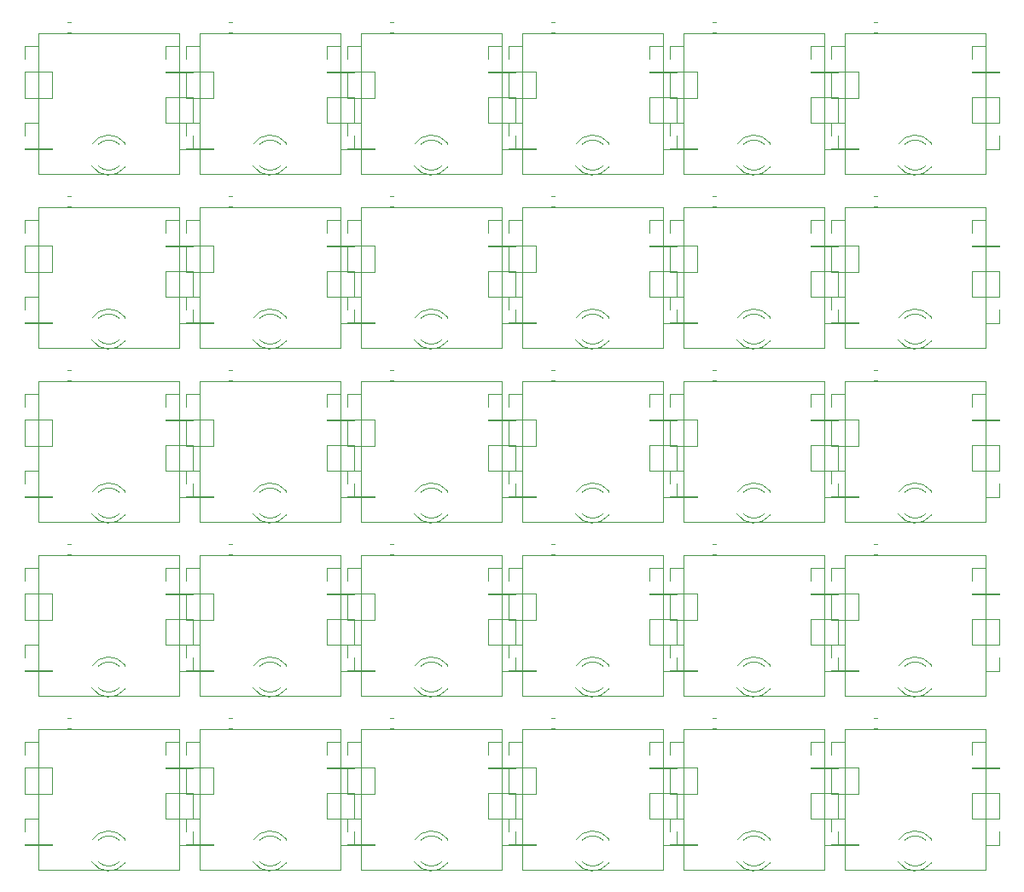
<source format=gto>
G04 #@! TF.GenerationSoftware,KiCad,Pcbnew,5.1.0*
G04 #@! TF.CreationDate,2019-09-19T01:17:52+09:00*
G04 #@! TF.ProjectId,panelized_switch,70616e65-6c69-47a6-9564-5f7377697463,rev?*
G04 #@! TF.SameCoordinates,Original*
G04 #@! TF.FileFunction,Legend,Top*
G04 #@! TF.FilePolarity,Positive*
%FSLAX46Y46*%
G04 Gerber Fmt 4.6, Leading zero omitted, Abs format (unit mm)*
G04 Created by KiCad (PCBNEW 5.1.0) date 2019-09-19 01:17:52*
%MOMM*%
%LPD*%
G04 APERTURE LIST*
%ADD10C,0.120000*%
G04 APERTURE END LIST*
D10*
X13716000Y-98044000D02*
X13716000Y-84074000D01*
X27686000Y-98044000D02*
X13716000Y-98044000D01*
X27686000Y-84074000D02*
X27686000Y-98044000D01*
X13716000Y-84074000D02*
X27686000Y-84074000D01*
X106366000Y-87944000D02*
X109026000Y-87944000D01*
X106366000Y-87884000D02*
X106366000Y-87944000D01*
X109026000Y-87884000D02*
X109026000Y-87944000D01*
X106366000Y-87884000D02*
X109026000Y-87884000D01*
X106366000Y-86614000D02*
X106366000Y-85284000D01*
X106366000Y-85284000D02*
X107696000Y-85284000D01*
X90364000Y-87944000D02*
X93024000Y-87944000D01*
X90364000Y-87884000D02*
X90364000Y-87944000D01*
X93024000Y-87884000D02*
X93024000Y-87944000D01*
X90364000Y-87884000D02*
X93024000Y-87884000D01*
X90364000Y-86614000D02*
X90364000Y-85284000D01*
X90364000Y-85284000D02*
X91694000Y-85284000D01*
X76394000Y-95564000D02*
X79054000Y-95564000D01*
X76394000Y-95504000D02*
X76394000Y-95564000D01*
X79054000Y-95504000D02*
X79054000Y-95564000D01*
X76394000Y-95504000D02*
X79054000Y-95504000D01*
X76394000Y-94234000D02*
X76394000Y-92904000D01*
X76394000Y-92904000D02*
X77724000Y-92904000D01*
X16935267Y-82929000D02*
X16592733Y-82929000D01*
X16935267Y-83949000D02*
X16592733Y-83949000D01*
X93726000Y-84074000D02*
X107696000Y-84074000D01*
X107696000Y-84074000D02*
X107696000Y-98044000D01*
X107696000Y-98044000D02*
X93726000Y-98044000D01*
X93726000Y-98044000D02*
X93726000Y-84074000D01*
X22261000Y-95059000D02*
X22261000Y-94903000D01*
X22261000Y-97375000D02*
X22261000Y-97219000D01*
X19659870Y-95059163D02*
G75*
G02X21741961Y-95059000I1041130J-1079837D01*
G01*
X19659870Y-97218837D02*
G75*
G03X21741961Y-97219000I1041130J1079837D01*
G01*
X19028665Y-95060392D02*
G75*
G02X22261000Y-94903484I1672335J-1078608D01*
G01*
X19028665Y-97217608D02*
G75*
G03X22261000Y-97374516I1672335J1078608D01*
G01*
X26356000Y-85284000D02*
X27686000Y-85284000D01*
X26356000Y-86614000D02*
X26356000Y-85284000D01*
X26356000Y-87884000D02*
X29016000Y-87884000D01*
X29016000Y-87884000D02*
X29016000Y-87944000D01*
X26356000Y-87884000D02*
X26356000Y-87944000D01*
X26356000Y-87944000D02*
X29016000Y-87944000D01*
X12386000Y-85284000D02*
X13716000Y-85284000D01*
X12386000Y-86614000D02*
X12386000Y-85284000D01*
X12386000Y-87884000D02*
X15046000Y-87884000D01*
X15046000Y-87884000D02*
X15046000Y-90484000D01*
X12386000Y-87884000D02*
X12386000Y-90484000D01*
X12386000Y-90484000D02*
X15046000Y-90484000D01*
X12386000Y-92904000D02*
X13716000Y-92904000D01*
X12386000Y-94234000D02*
X12386000Y-92904000D01*
X12386000Y-95504000D02*
X15046000Y-95504000D01*
X15046000Y-95504000D02*
X15046000Y-95564000D01*
X12386000Y-95504000D02*
X12386000Y-95564000D01*
X12386000Y-95564000D02*
X15046000Y-95564000D01*
X99038665Y-97217608D02*
G75*
G03X102271000Y-97374516I1672335J1078608D01*
G01*
X99038665Y-95060392D02*
G75*
G02X102271000Y-94903484I1672335J-1078608D01*
G01*
X99669870Y-97218837D02*
G75*
G03X101751961Y-97219000I1041130J1079837D01*
G01*
X99669870Y-95059163D02*
G75*
G02X101751961Y-95059000I1041130J-1079837D01*
G01*
X102271000Y-97375000D02*
X102271000Y-97219000D01*
X102271000Y-95059000D02*
X102271000Y-94903000D01*
X80943267Y-83949000D02*
X80600733Y-83949000D01*
X80943267Y-82929000D02*
X80600733Y-82929000D01*
X60392000Y-90484000D02*
X63052000Y-90484000D01*
X60392000Y-87884000D02*
X60392000Y-90484000D01*
X63052000Y-87884000D02*
X63052000Y-90484000D01*
X60392000Y-87884000D02*
X63052000Y-87884000D01*
X60392000Y-86614000D02*
X60392000Y-85284000D01*
X60392000Y-85284000D02*
X61722000Y-85284000D01*
X109026000Y-90364000D02*
X106366000Y-90364000D01*
X109026000Y-92964000D02*
X109026000Y-90364000D01*
X106366000Y-92964000D02*
X106366000Y-90364000D01*
X109026000Y-92964000D02*
X106366000Y-92964000D01*
X109026000Y-94234000D02*
X109026000Y-95564000D01*
X109026000Y-95564000D02*
X107696000Y-95564000D01*
X96945267Y-83949000D02*
X96602733Y-83949000D01*
X96945267Y-82929000D02*
X96602733Y-82929000D01*
X67034665Y-97217608D02*
G75*
G03X70267000Y-97374516I1672335J1078608D01*
G01*
X67034665Y-95060392D02*
G75*
G02X70267000Y-94903484I1672335J-1078608D01*
G01*
X67665870Y-97218837D02*
G75*
G03X69747961Y-97219000I1041130J1079837D01*
G01*
X67665870Y-95059163D02*
G75*
G02X69747961Y-95059000I1041130J-1079837D01*
G01*
X70267000Y-97375000D02*
X70267000Y-97219000D01*
X70267000Y-95059000D02*
X70267000Y-94903000D01*
X44390000Y-95564000D02*
X47050000Y-95564000D01*
X44390000Y-95504000D02*
X44390000Y-95564000D01*
X47050000Y-95504000D02*
X47050000Y-95564000D01*
X44390000Y-95504000D02*
X47050000Y-95504000D01*
X44390000Y-94234000D02*
X44390000Y-92904000D01*
X44390000Y-92904000D02*
X45720000Y-92904000D01*
X28388000Y-92904000D02*
X29718000Y-92904000D01*
X28388000Y-94234000D02*
X28388000Y-92904000D01*
X28388000Y-95504000D02*
X31048000Y-95504000D01*
X31048000Y-95504000D02*
X31048000Y-95564000D01*
X28388000Y-95504000D02*
X28388000Y-95564000D01*
X28388000Y-95564000D02*
X31048000Y-95564000D01*
X32937267Y-82929000D02*
X32594733Y-82929000D01*
X32937267Y-83949000D02*
X32594733Y-83949000D01*
X77724000Y-84074000D02*
X91694000Y-84074000D01*
X91694000Y-84074000D02*
X91694000Y-98044000D01*
X91694000Y-98044000D02*
X77724000Y-98044000D01*
X77724000Y-98044000D02*
X77724000Y-84074000D01*
X45018000Y-95564000D02*
X43688000Y-95564000D01*
X45018000Y-94234000D02*
X45018000Y-95564000D01*
X45018000Y-92964000D02*
X42358000Y-92964000D01*
X42358000Y-92964000D02*
X42358000Y-90364000D01*
X45018000Y-92964000D02*
X45018000Y-90364000D01*
X45018000Y-90364000D02*
X42358000Y-90364000D01*
X92396000Y-95564000D02*
X95056000Y-95564000D01*
X92396000Y-95504000D02*
X92396000Y-95564000D01*
X95056000Y-95504000D02*
X95056000Y-95564000D01*
X92396000Y-95504000D02*
X95056000Y-95504000D01*
X92396000Y-94234000D02*
X92396000Y-92904000D01*
X92396000Y-92904000D02*
X93726000Y-92904000D01*
X42358000Y-85284000D02*
X43688000Y-85284000D01*
X42358000Y-86614000D02*
X42358000Y-85284000D01*
X42358000Y-87884000D02*
X45018000Y-87884000D01*
X45018000Y-87884000D02*
X45018000Y-87944000D01*
X42358000Y-87884000D02*
X42358000Y-87944000D01*
X42358000Y-87944000D02*
X45018000Y-87944000D01*
X83036665Y-97217608D02*
G75*
G03X86269000Y-97374516I1672335J1078608D01*
G01*
X83036665Y-95060392D02*
G75*
G02X86269000Y-94903484I1672335J-1078608D01*
G01*
X83667870Y-97218837D02*
G75*
G03X85749961Y-97219000I1041130J1079837D01*
G01*
X83667870Y-95059163D02*
G75*
G02X85749961Y-95059000I1041130J-1079837D01*
G01*
X86269000Y-97375000D02*
X86269000Y-97219000D01*
X86269000Y-95059000D02*
X86269000Y-94903000D01*
X76394000Y-90484000D02*
X79054000Y-90484000D01*
X76394000Y-87884000D02*
X76394000Y-90484000D01*
X79054000Y-87884000D02*
X79054000Y-90484000D01*
X76394000Y-87884000D02*
X79054000Y-87884000D01*
X76394000Y-86614000D02*
X76394000Y-85284000D01*
X76394000Y-85284000D02*
X77724000Y-85284000D01*
X29718000Y-98044000D02*
X29718000Y-84074000D01*
X43688000Y-98044000D02*
X29718000Y-98044000D01*
X43688000Y-84074000D02*
X43688000Y-98044000D01*
X29718000Y-84074000D02*
X43688000Y-84074000D01*
X44390000Y-90484000D02*
X47050000Y-90484000D01*
X44390000Y-87884000D02*
X44390000Y-90484000D01*
X47050000Y-87884000D02*
X47050000Y-90484000D01*
X44390000Y-87884000D02*
X47050000Y-87884000D01*
X44390000Y-86614000D02*
X44390000Y-85284000D01*
X44390000Y-85284000D02*
X45720000Y-85284000D01*
X28388000Y-85284000D02*
X29718000Y-85284000D01*
X28388000Y-86614000D02*
X28388000Y-85284000D01*
X28388000Y-87884000D02*
X31048000Y-87884000D01*
X31048000Y-87884000D02*
X31048000Y-90484000D01*
X28388000Y-87884000D02*
X28388000Y-90484000D01*
X28388000Y-90484000D02*
X31048000Y-90484000D01*
X61020000Y-90364000D02*
X58360000Y-90364000D01*
X61020000Y-92964000D02*
X61020000Y-90364000D01*
X58360000Y-92964000D02*
X58360000Y-90364000D01*
X61020000Y-92964000D02*
X58360000Y-92964000D01*
X61020000Y-94234000D02*
X61020000Y-95564000D01*
X61020000Y-95564000D02*
X59690000Y-95564000D01*
X93024000Y-90364000D02*
X90364000Y-90364000D01*
X93024000Y-92964000D02*
X93024000Y-90364000D01*
X90364000Y-92964000D02*
X90364000Y-90364000D01*
X93024000Y-92964000D02*
X90364000Y-92964000D01*
X93024000Y-94234000D02*
X93024000Y-95564000D01*
X93024000Y-95564000D02*
X91694000Y-95564000D01*
X51032665Y-97217608D02*
G75*
G03X54265000Y-97374516I1672335J1078608D01*
G01*
X51032665Y-95060392D02*
G75*
G02X54265000Y-94903484I1672335J-1078608D01*
G01*
X51663870Y-97218837D02*
G75*
G03X53745961Y-97219000I1041130J1079837D01*
G01*
X51663870Y-95059163D02*
G75*
G02X53745961Y-95059000I1041130J-1079837D01*
G01*
X54265000Y-97375000D02*
X54265000Y-97219000D01*
X54265000Y-95059000D02*
X54265000Y-94903000D01*
X38263000Y-95059000D02*
X38263000Y-94903000D01*
X38263000Y-97375000D02*
X38263000Y-97219000D01*
X35661870Y-95059163D02*
G75*
G02X37743961Y-95059000I1041130J-1079837D01*
G01*
X35661870Y-97218837D02*
G75*
G03X37743961Y-97219000I1041130J1079837D01*
G01*
X35030665Y-95060392D02*
G75*
G02X38263000Y-94903484I1672335J-1078608D01*
G01*
X35030665Y-97217608D02*
G75*
G03X38263000Y-97374516I1672335J1078608D01*
G01*
X92396000Y-90484000D02*
X95056000Y-90484000D01*
X92396000Y-87884000D02*
X92396000Y-90484000D01*
X95056000Y-87884000D02*
X95056000Y-90484000D01*
X92396000Y-87884000D02*
X95056000Y-87884000D01*
X92396000Y-86614000D02*
X92396000Y-85284000D01*
X92396000Y-85284000D02*
X93726000Y-85284000D01*
X77022000Y-90364000D02*
X74362000Y-90364000D01*
X77022000Y-92964000D02*
X77022000Y-90364000D01*
X74362000Y-92964000D02*
X74362000Y-90364000D01*
X77022000Y-92964000D02*
X74362000Y-92964000D01*
X77022000Y-94234000D02*
X77022000Y-95564000D01*
X77022000Y-95564000D02*
X75692000Y-95564000D01*
X61722000Y-84074000D02*
X75692000Y-84074000D01*
X75692000Y-84074000D02*
X75692000Y-98044000D01*
X75692000Y-98044000D02*
X61722000Y-98044000D01*
X61722000Y-98044000D02*
X61722000Y-84074000D01*
X64941267Y-83949000D02*
X64598733Y-83949000D01*
X64941267Y-82929000D02*
X64598733Y-82929000D01*
X29016000Y-95564000D02*
X27686000Y-95564000D01*
X29016000Y-94234000D02*
X29016000Y-95564000D01*
X29016000Y-92964000D02*
X26356000Y-92964000D01*
X26356000Y-92964000D02*
X26356000Y-90364000D01*
X29016000Y-92964000D02*
X29016000Y-90364000D01*
X29016000Y-90364000D02*
X26356000Y-90364000D01*
X60392000Y-95564000D02*
X63052000Y-95564000D01*
X60392000Y-95504000D02*
X60392000Y-95564000D01*
X63052000Y-95504000D02*
X63052000Y-95564000D01*
X60392000Y-95504000D02*
X63052000Y-95504000D01*
X60392000Y-94234000D02*
X60392000Y-92904000D01*
X60392000Y-92904000D02*
X61722000Y-92904000D01*
X45720000Y-84074000D02*
X59690000Y-84074000D01*
X59690000Y-84074000D02*
X59690000Y-98044000D01*
X59690000Y-98044000D02*
X45720000Y-98044000D01*
X45720000Y-98044000D02*
X45720000Y-84074000D01*
X74362000Y-87944000D02*
X77022000Y-87944000D01*
X74362000Y-87884000D02*
X74362000Y-87944000D01*
X77022000Y-87884000D02*
X77022000Y-87944000D01*
X74362000Y-87884000D02*
X77022000Y-87884000D01*
X74362000Y-86614000D02*
X74362000Y-85284000D01*
X74362000Y-85284000D02*
X75692000Y-85284000D01*
X58360000Y-87944000D02*
X61020000Y-87944000D01*
X58360000Y-87884000D02*
X58360000Y-87944000D01*
X61020000Y-87884000D02*
X61020000Y-87944000D01*
X58360000Y-87884000D02*
X61020000Y-87884000D01*
X58360000Y-86614000D02*
X58360000Y-85284000D01*
X58360000Y-85284000D02*
X59690000Y-85284000D01*
X48939267Y-83949000D02*
X48596733Y-83949000D01*
X48939267Y-82929000D02*
X48596733Y-82929000D01*
X13716000Y-80772000D02*
X13716000Y-66802000D01*
X27686000Y-80772000D02*
X13716000Y-80772000D01*
X27686000Y-66802000D02*
X27686000Y-80772000D01*
X13716000Y-66802000D02*
X27686000Y-66802000D01*
X106366000Y-70672000D02*
X109026000Y-70672000D01*
X106366000Y-70612000D02*
X106366000Y-70672000D01*
X109026000Y-70612000D02*
X109026000Y-70672000D01*
X106366000Y-70612000D02*
X109026000Y-70612000D01*
X106366000Y-69342000D02*
X106366000Y-68012000D01*
X106366000Y-68012000D02*
X107696000Y-68012000D01*
X90364000Y-70672000D02*
X93024000Y-70672000D01*
X90364000Y-70612000D02*
X90364000Y-70672000D01*
X93024000Y-70612000D02*
X93024000Y-70672000D01*
X90364000Y-70612000D02*
X93024000Y-70612000D01*
X90364000Y-69342000D02*
X90364000Y-68012000D01*
X90364000Y-68012000D02*
X91694000Y-68012000D01*
X76394000Y-78292000D02*
X79054000Y-78292000D01*
X76394000Y-78232000D02*
X76394000Y-78292000D01*
X79054000Y-78232000D02*
X79054000Y-78292000D01*
X76394000Y-78232000D02*
X79054000Y-78232000D01*
X76394000Y-76962000D02*
X76394000Y-75632000D01*
X76394000Y-75632000D02*
X77724000Y-75632000D01*
X16935267Y-65657000D02*
X16592733Y-65657000D01*
X16935267Y-66677000D02*
X16592733Y-66677000D01*
X93726000Y-66802000D02*
X107696000Y-66802000D01*
X107696000Y-66802000D02*
X107696000Y-80772000D01*
X107696000Y-80772000D02*
X93726000Y-80772000D01*
X93726000Y-80772000D02*
X93726000Y-66802000D01*
X22261000Y-77787000D02*
X22261000Y-77631000D01*
X22261000Y-80103000D02*
X22261000Y-79947000D01*
X19659870Y-77787163D02*
G75*
G02X21741961Y-77787000I1041130J-1079837D01*
G01*
X19659870Y-79946837D02*
G75*
G03X21741961Y-79947000I1041130J1079837D01*
G01*
X19028665Y-77788392D02*
G75*
G02X22261000Y-77631484I1672335J-1078608D01*
G01*
X19028665Y-79945608D02*
G75*
G03X22261000Y-80102516I1672335J1078608D01*
G01*
X26356000Y-68012000D02*
X27686000Y-68012000D01*
X26356000Y-69342000D02*
X26356000Y-68012000D01*
X26356000Y-70612000D02*
X29016000Y-70612000D01*
X29016000Y-70612000D02*
X29016000Y-70672000D01*
X26356000Y-70612000D02*
X26356000Y-70672000D01*
X26356000Y-70672000D02*
X29016000Y-70672000D01*
X12386000Y-68012000D02*
X13716000Y-68012000D01*
X12386000Y-69342000D02*
X12386000Y-68012000D01*
X12386000Y-70612000D02*
X15046000Y-70612000D01*
X15046000Y-70612000D02*
X15046000Y-73212000D01*
X12386000Y-70612000D02*
X12386000Y-73212000D01*
X12386000Y-73212000D02*
X15046000Y-73212000D01*
X12386000Y-75632000D02*
X13716000Y-75632000D01*
X12386000Y-76962000D02*
X12386000Y-75632000D01*
X12386000Y-78232000D02*
X15046000Y-78232000D01*
X15046000Y-78232000D02*
X15046000Y-78292000D01*
X12386000Y-78232000D02*
X12386000Y-78292000D01*
X12386000Y-78292000D02*
X15046000Y-78292000D01*
X99038665Y-79945608D02*
G75*
G03X102271000Y-80102516I1672335J1078608D01*
G01*
X99038665Y-77788392D02*
G75*
G02X102271000Y-77631484I1672335J-1078608D01*
G01*
X99669870Y-79946837D02*
G75*
G03X101751961Y-79947000I1041130J1079837D01*
G01*
X99669870Y-77787163D02*
G75*
G02X101751961Y-77787000I1041130J-1079837D01*
G01*
X102271000Y-80103000D02*
X102271000Y-79947000D01*
X102271000Y-77787000D02*
X102271000Y-77631000D01*
X80943267Y-66677000D02*
X80600733Y-66677000D01*
X80943267Y-65657000D02*
X80600733Y-65657000D01*
X60392000Y-73212000D02*
X63052000Y-73212000D01*
X60392000Y-70612000D02*
X60392000Y-73212000D01*
X63052000Y-70612000D02*
X63052000Y-73212000D01*
X60392000Y-70612000D02*
X63052000Y-70612000D01*
X60392000Y-69342000D02*
X60392000Y-68012000D01*
X60392000Y-68012000D02*
X61722000Y-68012000D01*
X109026000Y-73092000D02*
X106366000Y-73092000D01*
X109026000Y-75692000D02*
X109026000Y-73092000D01*
X106366000Y-75692000D02*
X106366000Y-73092000D01*
X109026000Y-75692000D02*
X106366000Y-75692000D01*
X109026000Y-76962000D02*
X109026000Y-78292000D01*
X109026000Y-78292000D02*
X107696000Y-78292000D01*
X96945267Y-66677000D02*
X96602733Y-66677000D01*
X96945267Y-65657000D02*
X96602733Y-65657000D01*
X67034665Y-79945608D02*
G75*
G03X70267000Y-80102516I1672335J1078608D01*
G01*
X67034665Y-77788392D02*
G75*
G02X70267000Y-77631484I1672335J-1078608D01*
G01*
X67665870Y-79946837D02*
G75*
G03X69747961Y-79947000I1041130J1079837D01*
G01*
X67665870Y-77787163D02*
G75*
G02X69747961Y-77787000I1041130J-1079837D01*
G01*
X70267000Y-80103000D02*
X70267000Y-79947000D01*
X70267000Y-77787000D02*
X70267000Y-77631000D01*
X44390000Y-78292000D02*
X47050000Y-78292000D01*
X44390000Y-78232000D02*
X44390000Y-78292000D01*
X47050000Y-78232000D02*
X47050000Y-78292000D01*
X44390000Y-78232000D02*
X47050000Y-78232000D01*
X44390000Y-76962000D02*
X44390000Y-75632000D01*
X44390000Y-75632000D02*
X45720000Y-75632000D01*
X28388000Y-75632000D02*
X29718000Y-75632000D01*
X28388000Y-76962000D02*
X28388000Y-75632000D01*
X28388000Y-78232000D02*
X31048000Y-78232000D01*
X31048000Y-78232000D02*
X31048000Y-78292000D01*
X28388000Y-78232000D02*
X28388000Y-78292000D01*
X28388000Y-78292000D02*
X31048000Y-78292000D01*
X32937267Y-65657000D02*
X32594733Y-65657000D01*
X32937267Y-66677000D02*
X32594733Y-66677000D01*
X77724000Y-66802000D02*
X91694000Y-66802000D01*
X91694000Y-66802000D02*
X91694000Y-80772000D01*
X91694000Y-80772000D02*
X77724000Y-80772000D01*
X77724000Y-80772000D02*
X77724000Y-66802000D01*
X45018000Y-78292000D02*
X43688000Y-78292000D01*
X45018000Y-76962000D02*
X45018000Y-78292000D01*
X45018000Y-75692000D02*
X42358000Y-75692000D01*
X42358000Y-75692000D02*
X42358000Y-73092000D01*
X45018000Y-75692000D02*
X45018000Y-73092000D01*
X45018000Y-73092000D02*
X42358000Y-73092000D01*
X92396000Y-78292000D02*
X95056000Y-78292000D01*
X92396000Y-78232000D02*
X92396000Y-78292000D01*
X95056000Y-78232000D02*
X95056000Y-78292000D01*
X92396000Y-78232000D02*
X95056000Y-78232000D01*
X92396000Y-76962000D02*
X92396000Y-75632000D01*
X92396000Y-75632000D02*
X93726000Y-75632000D01*
X42358000Y-68012000D02*
X43688000Y-68012000D01*
X42358000Y-69342000D02*
X42358000Y-68012000D01*
X42358000Y-70612000D02*
X45018000Y-70612000D01*
X45018000Y-70612000D02*
X45018000Y-70672000D01*
X42358000Y-70612000D02*
X42358000Y-70672000D01*
X42358000Y-70672000D02*
X45018000Y-70672000D01*
X83036665Y-79945608D02*
G75*
G03X86269000Y-80102516I1672335J1078608D01*
G01*
X83036665Y-77788392D02*
G75*
G02X86269000Y-77631484I1672335J-1078608D01*
G01*
X83667870Y-79946837D02*
G75*
G03X85749961Y-79947000I1041130J1079837D01*
G01*
X83667870Y-77787163D02*
G75*
G02X85749961Y-77787000I1041130J-1079837D01*
G01*
X86269000Y-80103000D02*
X86269000Y-79947000D01*
X86269000Y-77787000D02*
X86269000Y-77631000D01*
X76394000Y-73212000D02*
X79054000Y-73212000D01*
X76394000Y-70612000D02*
X76394000Y-73212000D01*
X79054000Y-70612000D02*
X79054000Y-73212000D01*
X76394000Y-70612000D02*
X79054000Y-70612000D01*
X76394000Y-69342000D02*
X76394000Y-68012000D01*
X76394000Y-68012000D02*
X77724000Y-68012000D01*
X29718000Y-80772000D02*
X29718000Y-66802000D01*
X43688000Y-80772000D02*
X29718000Y-80772000D01*
X43688000Y-66802000D02*
X43688000Y-80772000D01*
X29718000Y-66802000D02*
X43688000Y-66802000D01*
X44390000Y-73212000D02*
X47050000Y-73212000D01*
X44390000Y-70612000D02*
X44390000Y-73212000D01*
X47050000Y-70612000D02*
X47050000Y-73212000D01*
X44390000Y-70612000D02*
X47050000Y-70612000D01*
X44390000Y-69342000D02*
X44390000Y-68012000D01*
X44390000Y-68012000D02*
X45720000Y-68012000D01*
X28388000Y-68012000D02*
X29718000Y-68012000D01*
X28388000Y-69342000D02*
X28388000Y-68012000D01*
X28388000Y-70612000D02*
X31048000Y-70612000D01*
X31048000Y-70612000D02*
X31048000Y-73212000D01*
X28388000Y-70612000D02*
X28388000Y-73212000D01*
X28388000Y-73212000D02*
X31048000Y-73212000D01*
X61020000Y-73092000D02*
X58360000Y-73092000D01*
X61020000Y-75692000D02*
X61020000Y-73092000D01*
X58360000Y-75692000D02*
X58360000Y-73092000D01*
X61020000Y-75692000D02*
X58360000Y-75692000D01*
X61020000Y-76962000D02*
X61020000Y-78292000D01*
X61020000Y-78292000D02*
X59690000Y-78292000D01*
X93024000Y-73092000D02*
X90364000Y-73092000D01*
X93024000Y-75692000D02*
X93024000Y-73092000D01*
X90364000Y-75692000D02*
X90364000Y-73092000D01*
X93024000Y-75692000D02*
X90364000Y-75692000D01*
X93024000Y-76962000D02*
X93024000Y-78292000D01*
X93024000Y-78292000D02*
X91694000Y-78292000D01*
X51032665Y-79945608D02*
G75*
G03X54265000Y-80102516I1672335J1078608D01*
G01*
X51032665Y-77788392D02*
G75*
G02X54265000Y-77631484I1672335J-1078608D01*
G01*
X51663870Y-79946837D02*
G75*
G03X53745961Y-79947000I1041130J1079837D01*
G01*
X51663870Y-77787163D02*
G75*
G02X53745961Y-77787000I1041130J-1079837D01*
G01*
X54265000Y-80103000D02*
X54265000Y-79947000D01*
X54265000Y-77787000D02*
X54265000Y-77631000D01*
X38263000Y-77787000D02*
X38263000Y-77631000D01*
X38263000Y-80103000D02*
X38263000Y-79947000D01*
X35661870Y-77787163D02*
G75*
G02X37743961Y-77787000I1041130J-1079837D01*
G01*
X35661870Y-79946837D02*
G75*
G03X37743961Y-79947000I1041130J1079837D01*
G01*
X35030665Y-77788392D02*
G75*
G02X38263000Y-77631484I1672335J-1078608D01*
G01*
X35030665Y-79945608D02*
G75*
G03X38263000Y-80102516I1672335J1078608D01*
G01*
X92396000Y-73212000D02*
X95056000Y-73212000D01*
X92396000Y-70612000D02*
X92396000Y-73212000D01*
X95056000Y-70612000D02*
X95056000Y-73212000D01*
X92396000Y-70612000D02*
X95056000Y-70612000D01*
X92396000Y-69342000D02*
X92396000Y-68012000D01*
X92396000Y-68012000D02*
X93726000Y-68012000D01*
X77022000Y-73092000D02*
X74362000Y-73092000D01*
X77022000Y-75692000D02*
X77022000Y-73092000D01*
X74362000Y-75692000D02*
X74362000Y-73092000D01*
X77022000Y-75692000D02*
X74362000Y-75692000D01*
X77022000Y-76962000D02*
X77022000Y-78292000D01*
X77022000Y-78292000D02*
X75692000Y-78292000D01*
X61722000Y-66802000D02*
X75692000Y-66802000D01*
X75692000Y-66802000D02*
X75692000Y-80772000D01*
X75692000Y-80772000D02*
X61722000Y-80772000D01*
X61722000Y-80772000D02*
X61722000Y-66802000D01*
X64941267Y-66677000D02*
X64598733Y-66677000D01*
X64941267Y-65657000D02*
X64598733Y-65657000D01*
X29016000Y-78292000D02*
X27686000Y-78292000D01*
X29016000Y-76962000D02*
X29016000Y-78292000D01*
X29016000Y-75692000D02*
X26356000Y-75692000D01*
X26356000Y-75692000D02*
X26356000Y-73092000D01*
X29016000Y-75692000D02*
X29016000Y-73092000D01*
X29016000Y-73092000D02*
X26356000Y-73092000D01*
X60392000Y-78292000D02*
X63052000Y-78292000D01*
X60392000Y-78232000D02*
X60392000Y-78292000D01*
X63052000Y-78232000D02*
X63052000Y-78292000D01*
X60392000Y-78232000D02*
X63052000Y-78232000D01*
X60392000Y-76962000D02*
X60392000Y-75632000D01*
X60392000Y-75632000D02*
X61722000Y-75632000D01*
X45720000Y-66802000D02*
X59690000Y-66802000D01*
X59690000Y-66802000D02*
X59690000Y-80772000D01*
X59690000Y-80772000D02*
X45720000Y-80772000D01*
X45720000Y-80772000D02*
X45720000Y-66802000D01*
X74362000Y-70672000D02*
X77022000Y-70672000D01*
X74362000Y-70612000D02*
X74362000Y-70672000D01*
X77022000Y-70612000D02*
X77022000Y-70672000D01*
X74362000Y-70612000D02*
X77022000Y-70612000D01*
X74362000Y-69342000D02*
X74362000Y-68012000D01*
X74362000Y-68012000D02*
X75692000Y-68012000D01*
X58360000Y-70672000D02*
X61020000Y-70672000D01*
X58360000Y-70612000D02*
X58360000Y-70672000D01*
X61020000Y-70612000D02*
X61020000Y-70672000D01*
X58360000Y-70612000D02*
X61020000Y-70612000D01*
X58360000Y-69342000D02*
X58360000Y-68012000D01*
X58360000Y-68012000D02*
X59690000Y-68012000D01*
X48939267Y-66677000D02*
X48596733Y-66677000D01*
X48939267Y-65657000D02*
X48596733Y-65657000D01*
X13716000Y-63500000D02*
X13716000Y-49530000D01*
X27686000Y-63500000D02*
X13716000Y-63500000D01*
X27686000Y-49530000D02*
X27686000Y-63500000D01*
X13716000Y-49530000D02*
X27686000Y-49530000D01*
X106366000Y-53400000D02*
X109026000Y-53400000D01*
X106366000Y-53340000D02*
X106366000Y-53400000D01*
X109026000Y-53340000D02*
X109026000Y-53400000D01*
X106366000Y-53340000D02*
X109026000Y-53340000D01*
X106366000Y-52070000D02*
X106366000Y-50740000D01*
X106366000Y-50740000D02*
X107696000Y-50740000D01*
X90364000Y-53400000D02*
X93024000Y-53400000D01*
X90364000Y-53340000D02*
X90364000Y-53400000D01*
X93024000Y-53340000D02*
X93024000Y-53400000D01*
X90364000Y-53340000D02*
X93024000Y-53340000D01*
X90364000Y-52070000D02*
X90364000Y-50740000D01*
X90364000Y-50740000D02*
X91694000Y-50740000D01*
X76394000Y-61020000D02*
X79054000Y-61020000D01*
X76394000Y-60960000D02*
X76394000Y-61020000D01*
X79054000Y-60960000D02*
X79054000Y-61020000D01*
X76394000Y-60960000D02*
X79054000Y-60960000D01*
X76394000Y-59690000D02*
X76394000Y-58360000D01*
X76394000Y-58360000D02*
X77724000Y-58360000D01*
X16935267Y-48385000D02*
X16592733Y-48385000D01*
X16935267Y-49405000D02*
X16592733Y-49405000D01*
X93726000Y-49530000D02*
X107696000Y-49530000D01*
X107696000Y-49530000D02*
X107696000Y-63500000D01*
X107696000Y-63500000D02*
X93726000Y-63500000D01*
X93726000Y-63500000D02*
X93726000Y-49530000D01*
X22261000Y-60515000D02*
X22261000Y-60359000D01*
X22261000Y-62831000D02*
X22261000Y-62675000D01*
X19659870Y-60515163D02*
G75*
G02X21741961Y-60515000I1041130J-1079837D01*
G01*
X19659870Y-62674837D02*
G75*
G03X21741961Y-62675000I1041130J1079837D01*
G01*
X19028665Y-60516392D02*
G75*
G02X22261000Y-60359484I1672335J-1078608D01*
G01*
X19028665Y-62673608D02*
G75*
G03X22261000Y-62830516I1672335J1078608D01*
G01*
X26356000Y-50740000D02*
X27686000Y-50740000D01*
X26356000Y-52070000D02*
X26356000Y-50740000D01*
X26356000Y-53340000D02*
X29016000Y-53340000D01*
X29016000Y-53340000D02*
X29016000Y-53400000D01*
X26356000Y-53340000D02*
X26356000Y-53400000D01*
X26356000Y-53400000D02*
X29016000Y-53400000D01*
X12386000Y-50740000D02*
X13716000Y-50740000D01*
X12386000Y-52070000D02*
X12386000Y-50740000D01*
X12386000Y-53340000D02*
X15046000Y-53340000D01*
X15046000Y-53340000D02*
X15046000Y-55940000D01*
X12386000Y-53340000D02*
X12386000Y-55940000D01*
X12386000Y-55940000D02*
X15046000Y-55940000D01*
X12386000Y-58360000D02*
X13716000Y-58360000D01*
X12386000Y-59690000D02*
X12386000Y-58360000D01*
X12386000Y-60960000D02*
X15046000Y-60960000D01*
X15046000Y-60960000D02*
X15046000Y-61020000D01*
X12386000Y-60960000D02*
X12386000Y-61020000D01*
X12386000Y-61020000D02*
X15046000Y-61020000D01*
X99038665Y-62673608D02*
G75*
G03X102271000Y-62830516I1672335J1078608D01*
G01*
X99038665Y-60516392D02*
G75*
G02X102271000Y-60359484I1672335J-1078608D01*
G01*
X99669870Y-62674837D02*
G75*
G03X101751961Y-62675000I1041130J1079837D01*
G01*
X99669870Y-60515163D02*
G75*
G02X101751961Y-60515000I1041130J-1079837D01*
G01*
X102271000Y-62831000D02*
X102271000Y-62675000D01*
X102271000Y-60515000D02*
X102271000Y-60359000D01*
X80943267Y-49405000D02*
X80600733Y-49405000D01*
X80943267Y-48385000D02*
X80600733Y-48385000D01*
X60392000Y-55940000D02*
X63052000Y-55940000D01*
X60392000Y-53340000D02*
X60392000Y-55940000D01*
X63052000Y-53340000D02*
X63052000Y-55940000D01*
X60392000Y-53340000D02*
X63052000Y-53340000D01*
X60392000Y-52070000D02*
X60392000Y-50740000D01*
X60392000Y-50740000D02*
X61722000Y-50740000D01*
X109026000Y-55820000D02*
X106366000Y-55820000D01*
X109026000Y-58420000D02*
X109026000Y-55820000D01*
X106366000Y-58420000D02*
X106366000Y-55820000D01*
X109026000Y-58420000D02*
X106366000Y-58420000D01*
X109026000Y-59690000D02*
X109026000Y-61020000D01*
X109026000Y-61020000D02*
X107696000Y-61020000D01*
X96945267Y-49405000D02*
X96602733Y-49405000D01*
X96945267Y-48385000D02*
X96602733Y-48385000D01*
X67034665Y-62673608D02*
G75*
G03X70267000Y-62830516I1672335J1078608D01*
G01*
X67034665Y-60516392D02*
G75*
G02X70267000Y-60359484I1672335J-1078608D01*
G01*
X67665870Y-62674837D02*
G75*
G03X69747961Y-62675000I1041130J1079837D01*
G01*
X67665870Y-60515163D02*
G75*
G02X69747961Y-60515000I1041130J-1079837D01*
G01*
X70267000Y-62831000D02*
X70267000Y-62675000D01*
X70267000Y-60515000D02*
X70267000Y-60359000D01*
X44390000Y-61020000D02*
X47050000Y-61020000D01*
X44390000Y-60960000D02*
X44390000Y-61020000D01*
X47050000Y-60960000D02*
X47050000Y-61020000D01*
X44390000Y-60960000D02*
X47050000Y-60960000D01*
X44390000Y-59690000D02*
X44390000Y-58360000D01*
X44390000Y-58360000D02*
X45720000Y-58360000D01*
X28388000Y-58360000D02*
X29718000Y-58360000D01*
X28388000Y-59690000D02*
X28388000Y-58360000D01*
X28388000Y-60960000D02*
X31048000Y-60960000D01*
X31048000Y-60960000D02*
X31048000Y-61020000D01*
X28388000Y-60960000D02*
X28388000Y-61020000D01*
X28388000Y-61020000D02*
X31048000Y-61020000D01*
X32937267Y-48385000D02*
X32594733Y-48385000D01*
X32937267Y-49405000D02*
X32594733Y-49405000D01*
X77724000Y-49530000D02*
X91694000Y-49530000D01*
X91694000Y-49530000D02*
X91694000Y-63500000D01*
X91694000Y-63500000D02*
X77724000Y-63500000D01*
X77724000Y-63500000D02*
X77724000Y-49530000D01*
X45018000Y-61020000D02*
X43688000Y-61020000D01*
X45018000Y-59690000D02*
X45018000Y-61020000D01*
X45018000Y-58420000D02*
X42358000Y-58420000D01*
X42358000Y-58420000D02*
X42358000Y-55820000D01*
X45018000Y-58420000D02*
X45018000Y-55820000D01*
X45018000Y-55820000D02*
X42358000Y-55820000D01*
X92396000Y-61020000D02*
X95056000Y-61020000D01*
X92396000Y-60960000D02*
X92396000Y-61020000D01*
X95056000Y-60960000D02*
X95056000Y-61020000D01*
X92396000Y-60960000D02*
X95056000Y-60960000D01*
X92396000Y-59690000D02*
X92396000Y-58360000D01*
X92396000Y-58360000D02*
X93726000Y-58360000D01*
X42358000Y-50740000D02*
X43688000Y-50740000D01*
X42358000Y-52070000D02*
X42358000Y-50740000D01*
X42358000Y-53340000D02*
X45018000Y-53340000D01*
X45018000Y-53340000D02*
X45018000Y-53400000D01*
X42358000Y-53340000D02*
X42358000Y-53400000D01*
X42358000Y-53400000D02*
X45018000Y-53400000D01*
X83036665Y-62673608D02*
G75*
G03X86269000Y-62830516I1672335J1078608D01*
G01*
X83036665Y-60516392D02*
G75*
G02X86269000Y-60359484I1672335J-1078608D01*
G01*
X83667870Y-62674837D02*
G75*
G03X85749961Y-62675000I1041130J1079837D01*
G01*
X83667870Y-60515163D02*
G75*
G02X85749961Y-60515000I1041130J-1079837D01*
G01*
X86269000Y-62831000D02*
X86269000Y-62675000D01*
X86269000Y-60515000D02*
X86269000Y-60359000D01*
X76394000Y-55940000D02*
X79054000Y-55940000D01*
X76394000Y-53340000D02*
X76394000Y-55940000D01*
X79054000Y-53340000D02*
X79054000Y-55940000D01*
X76394000Y-53340000D02*
X79054000Y-53340000D01*
X76394000Y-52070000D02*
X76394000Y-50740000D01*
X76394000Y-50740000D02*
X77724000Y-50740000D01*
X29718000Y-63500000D02*
X29718000Y-49530000D01*
X43688000Y-63500000D02*
X29718000Y-63500000D01*
X43688000Y-49530000D02*
X43688000Y-63500000D01*
X29718000Y-49530000D02*
X43688000Y-49530000D01*
X44390000Y-55940000D02*
X47050000Y-55940000D01*
X44390000Y-53340000D02*
X44390000Y-55940000D01*
X47050000Y-53340000D02*
X47050000Y-55940000D01*
X44390000Y-53340000D02*
X47050000Y-53340000D01*
X44390000Y-52070000D02*
X44390000Y-50740000D01*
X44390000Y-50740000D02*
X45720000Y-50740000D01*
X28388000Y-50740000D02*
X29718000Y-50740000D01*
X28388000Y-52070000D02*
X28388000Y-50740000D01*
X28388000Y-53340000D02*
X31048000Y-53340000D01*
X31048000Y-53340000D02*
X31048000Y-55940000D01*
X28388000Y-53340000D02*
X28388000Y-55940000D01*
X28388000Y-55940000D02*
X31048000Y-55940000D01*
X61020000Y-55820000D02*
X58360000Y-55820000D01*
X61020000Y-58420000D02*
X61020000Y-55820000D01*
X58360000Y-58420000D02*
X58360000Y-55820000D01*
X61020000Y-58420000D02*
X58360000Y-58420000D01*
X61020000Y-59690000D02*
X61020000Y-61020000D01*
X61020000Y-61020000D02*
X59690000Y-61020000D01*
X93024000Y-55820000D02*
X90364000Y-55820000D01*
X93024000Y-58420000D02*
X93024000Y-55820000D01*
X90364000Y-58420000D02*
X90364000Y-55820000D01*
X93024000Y-58420000D02*
X90364000Y-58420000D01*
X93024000Y-59690000D02*
X93024000Y-61020000D01*
X93024000Y-61020000D02*
X91694000Y-61020000D01*
X51032665Y-62673608D02*
G75*
G03X54265000Y-62830516I1672335J1078608D01*
G01*
X51032665Y-60516392D02*
G75*
G02X54265000Y-60359484I1672335J-1078608D01*
G01*
X51663870Y-62674837D02*
G75*
G03X53745961Y-62675000I1041130J1079837D01*
G01*
X51663870Y-60515163D02*
G75*
G02X53745961Y-60515000I1041130J-1079837D01*
G01*
X54265000Y-62831000D02*
X54265000Y-62675000D01*
X54265000Y-60515000D02*
X54265000Y-60359000D01*
X38263000Y-60515000D02*
X38263000Y-60359000D01*
X38263000Y-62831000D02*
X38263000Y-62675000D01*
X35661870Y-60515163D02*
G75*
G02X37743961Y-60515000I1041130J-1079837D01*
G01*
X35661870Y-62674837D02*
G75*
G03X37743961Y-62675000I1041130J1079837D01*
G01*
X35030665Y-60516392D02*
G75*
G02X38263000Y-60359484I1672335J-1078608D01*
G01*
X35030665Y-62673608D02*
G75*
G03X38263000Y-62830516I1672335J1078608D01*
G01*
X92396000Y-55940000D02*
X95056000Y-55940000D01*
X92396000Y-53340000D02*
X92396000Y-55940000D01*
X95056000Y-53340000D02*
X95056000Y-55940000D01*
X92396000Y-53340000D02*
X95056000Y-53340000D01*
X92396000Y-52070000D02*
X92396000Y-50740000D01*
X92396000Y-50740000D02*
X93726000Y-50740000D01*
X77022000Y-55820000D02*
X74362000Y-55820000D01*
X77022000Y-58420000D02*
X77022000Y-55820000D01*
X74362000Y-58420000D02*
X74362000Y-55820000D01*
X77022000Y-58420000D02*
X74362000Y-58420000D01*
X77022000Y-59690000D02*
X77022000Y-61020000D01*
X77022000Y-61020000D02*
X75692000Y-61020000D01*
X61722000Y-49530000D02*
X75692000Y-49530000D01*
X75692000Y-49530000D02*
X75692000Y-63500000D01*
X75692000Y-63500000D02*
X61722000Y-63500000D01*
X61722000Y-63500000D02*
X61722000Y-49530000D01*
X64941267Y-49405000D02*
X64598733Y-49405000D01*
X64941267Y-48385000D02*
X64598733Y-48385000D01*
X29016000Y-61020000D02*
X27686000Y-61020000D01*
X29016000Y-59690000D02*
X29016000Y-61020000D01*
X29016000Y-58420000D02*
X26356000Y-58420000D01*
X26356000Y-58420000D02*
X26356000Y-55820000D01*
X29016000Y-58420000D02*
X29016000Y-55820000D01*
X29016000Y-55820000D02*
X26356000Y-55820000D01*
X60392000Y-61020000D02*
X63052000Y-61020000D01*
X60392000Y-60960000D02*
X60392000Y-61020000D01*
X63052000Y-60960000D02*
X63052000Y-61020000D01*
X60392000Y-60960000D02*
X63052000Y-60960000D01*
X60392000Y-59690000D02*
X60392000Y-58360000D01*
X60392000Y-58360000D02*
X61722000Y-58360000D01*
X45720000Y-49530000D02*
X59690000Y-49530000D01*
X59690000Y-49530000D02*
X59690000Y-63500000D01*
X59690000Y-63500000D02*
X45720000Y-63500000D01*
X45720000Y-63500000D02*
X45720000Y-49530000D01*
X74362000Y-53400000D02*
X77022000Y-53400000D01*
X74362000Y-53340000D02*
X74362000Y-53400000D01*
X77022000Y-53340000D02*
X77022000Y-53400000D01*
X74362000Y-53340000D02*
X77022000Y-53340000D01*
X74362000Y-52070000D02*
X74362000Y-50740000D01*
X74362000Y-50740000D02*
X75692000Y-50740000D01*
X58360000Y-53400000D02*
X61020000Y-53400000D01*
X58360000Y-53340000D02*
X58360000Y-53400000D01*
X61020000Y-53340000D02*
X61020000Y-53400000D01*
X58360000Y-53340000D02*
X61020000Y-53340000D01*
X58360000Y-52070000D02*
X58360000Y-50740000D01*
X58360000Y-50740000D02*
X59690000Y-50740000D01*
X48939267Y-49405000D02*
X48596733Y-49405000D01*
X48939267Y-48385000D02*
X48596733Y-48385000D01*
X13716000Y-46228000D02*
X13716000Y-32258000D01*
X27686000Y-46228000D02*
X13716000Y-46228000D01*
X27686000Y-32258000D02*
X27686000Y-46228000D01*
X13716000Y-32258000D02*
X27686000Y-32258000D01*
X106366000Y-36128000D02*
X109026000Y-36128000D01*
X106366000Y-36068000D02*
X106366000Y-36128000D01*
X109026000Y-36068000D02*
X109026000Y-36128000D01*
X106366000Y-36068000D02*
X109026000Y-36068000D01*
X106366000Y-34798000D02*
X106366000Y-33468000D01*
X106366000Y-33468000D02*
X107696000Y-33468000D01*
X90364000Y-36128000D02*
X93024000Y-36128000D01*
X90364000Y-36068000D02*
X90364000Y-36128000D01*
X93024000Y-36068000D02*
X93024000Y-36128000D01*
X90364000Y-36068000D02*
X93024000Y-36068000D01*
X90364000Y-34798000D02*
X90364000Y-33468000D01*
X90364000Y-33468000D02*
X91694000Y-33468000D01*
X76394000Y-43748000D02*
X79054000Y-43748000D01*
X76394000Y-43688000D02*
X76394000Y-43748000D01*
X79054000Y-43688000D02*
X79054000Y-43748000D01*
X76394000Y-43688000D02*
X79054000Y-43688000D01*
X76394000Y-42418000D02*
X76394000Y-41088000D01*
X76394000Y-41088000D02*
X77724000Y-41088000D01*
X16935267Y-31113000D02*
X16592733Y-31113000D01*
X16935267Y-32133000D02*
X16592733Y-32133000D01*
X93726000Y-32258000D02*
X107696000Y-32258000D01*
X107696000Y-32258000D02*
X107696000Y-46228000D01*
X107696000Y-46228000D02*
X93726000Y-46228000D01*
X93726000Y-46228000D02*
X93726000Y-32258000D01*
X22261000Y-43243000D02*
X22261000Y-43087000D01*
X22261000Y-45559000D02*
X22261000Y-45403000D01*
X19659870Y-43243163D02*
G75*
G02X21741961Y-43243000I1041130J-1079837D01*
G01*
X19659870Y-45402837D02*
G75*
G03X21741961Y-45403000I1041130J1079837D01*
G01*
X19028665Y-43244392D02*
G75*
G02X22261000Y-43087484I1672335J-1078608D01*
G01*
X19028665Y-45401608D02*
G75*
G03X22261000Y-45558516I1672335J1078608D01*
G01*
X26356000Y-33468000D02*
X27686000Y-33468000D01*
X26356000Y-34798000D02*
X26356000Y-33468000D01*
X26356000Y-36068000D02*
X29016000Y-36068000D01*
X29016000Y-36068000D02*
X29016000Y-36128000D01*
X26356000Y-36068000D02*
X26356000Y-36128000D01*
X26356000Y-36128000D02*
X29016000Y-36128000D01*
X12386000Y-33468000D02*
X13716000Y-33468000D01*
X12386000Y-34798000D02*
X12386000Y-33468000D01*
X12386000Y-36068000D02*
X15046000Y-36068000D01*
X15046000Y-36068000D02*
X15046000Y-38668000D01*
X12386000Y-36068000D02*
X12386000Y-38668000D01*
X12386000Y-38668000D02*
X15046000Y-38668000D01*
X12386000Y-41088000D02*
X13716000Y-41088000D01*
X12386000Y-42418000D02*
X12386000Y-41088000D01*
X12386000Y-43688000D02*
X15046000Y-43688000D01*
X15046000Y-43688000D02*
X15046000Y-43748000D01*
X12386000Y-43688000D02*
X12386000Y-43748000D01*
X12386000Y-43748000D02*
X15046000Y-43748000D01*
X99038665Y-45401608D02*
G75*
G03X102271000Y-45558516I1672335J1078608D01*
G01*
X99038665Y-43244392D02*
G75*
G02X102271000Y-43087484I1672335J-1078608D01*
G01*
X99669870Y-45402837D02*
G75*
G03X101751961Y-45403000I1041130J1079837D01*
G01*
X99669870Y-43243163D02*
G75*
G02X101751961Y-43243000I1041130J-1079837D01*
G01*
X102271000Y-45559000D02*
X102271000Y-45403000D01*
X102271000Y-43243000D02*
X102271000Y-43087000D01*
X80943267Y-32133000D02*
X80600733Y-32133000D01*
X80943267Y-31113000D02*
X80600733Y-31113000D01*
X60392000Y-38668000D02*
X63052000Y-38668000D01*
X60392000Y-36068000D02*
X60392000Y-38668000D01*
X63052000Y-36068000D02*
X63052000Y-38668000D01*
X60392000Y-36068000D02*
X63052000Y-36068000D01*
X60392000Y-34798000D02*
X60392000Y-33468000D01*
X60392000Y-33468000D02*
X61722000Y-33468000D01*
X109026000Y-38548000D02*
X106366000Y-38548000D01*
X109026000Y-41148000D02*
X109026000Y-38548000D01*
X106366000Y-41148000D02*
X106366000Y-38548000D01*
X109026000Y-41148000D02*
X106366000Y-41148000D01*
X109026000Y-42418000D02*
X109026000Y-43748000D01*
X109026000Y-43748000D02*
X107696000Y-43748000D01*
X96945267Y-32133000D02*
X96602733Y-32133000D01*
X96945267Y-31113000D02*
X96602733Y-31113000D01*
X67034665Y-45401608D02*
G75*
G03X70267000Y-45558516I1672335J1078608D01*
G01*
X67034665Y-43244392D02*
G75*
G02X70267000Y-43087484I1672335J-1078608D01*
G01*
X67665870Y-45402837D02*
G75*
G03X69747961Y-45403000I1041130J1079837D01*
G01*
X67665870Y-43243163D02*
G75*
G02X69747961Y-43243000I1041130J-1079837D01*
G01*
X70267000Y-45559000D02*
X70267000Y-45403000D01*
X70267000Y-43243000D02*
X70267000Y-43087000D01*
X44390000Y-43748000D02*
X47050000Y-43748000D01*
X44390000Y-43688000D02*
X44390000Y-43748000D01*
X47050000Y-43688000D02*
X47050000Y-43748000D01*
X44390000Y-43688000D02*
X47050000Y-43688000D01*
X44390000Y-42418000D02*
X44390000Y-41088000D01*
X44390000Y-41088000D02*
X45720000Y-41088000D01*
X28388000Y-41088000D02*
X29718000Y-41088000D01*
X28388000Y-42418000D02*
X28388000Y-41088000D01*
X28388000Y-43688000D02*
X31048000Y-43688000D01*
X31048000Y-43688000D02*
X31048000Y-43748000D01*
X28388000Y-43688000D02*
X28388000Y-43748000D01*
X28388000Y-43748000D02*
X31048000Y-43748000D01*
X32937267Y-31113000D02*
X32594733Y-31113000D01*
X32937267Y-32133000D02*
X32594733Y-32133000D01*
X77724000Y-32258000D02*
X91694000Y-32258000D01*
X91694000Y-32258000D02*
X91694000Y-46228000D01*
X91694000Y-46228000D02*
X77724000Y-46228000D01*
X77724000Y-46228000D02*
X77724000Y-32258000D01*
X45018000Y-43748000D02*
X43688000Y-43748000D01*
X45018000Y-42418000D02*
X45018000Y-43748000D01*
X45018000Y-41148000D02*
X42358000Y-41148000D01*
X42358000Y-41148000D02*
X42358000Y-38548000D01*
X45018000Y-41148000D02*
X45018000Y-38548000D01*
X45018000Y-38548000D02*
X42358000Y-38548000D01*
X92396000Y-43748000D02*
X95056000Y-43748000D01*
X92396000Y-43688000D02*
X92396000Y-43748000D01*
X95056000Y-43688000D02*
X95056000Y-43748000D01*
X92396000Y-43688000D02*
X95056000Y-43688000D01*
X92396000Y-42418000D02*
X92396000Y-41088000D01*
X92396000Y-41088000D02*
X93726000Y-41088000D01*
X42358000Y-33468000D02*
X43688000Y-33468000D01*
X42358000Y-34798000D02*
X42358000Y-33468000D01*
X42358000Y-36068000D02*
X45018000Y-36068000D01*
X45018000Y-36068000D02*
X45018000Y-36128000D01*
X42358000Y-36068000D02*
X42358000Y-36128000D01*
X42358000Y-36128000D02*
X45018000Y-36128000D01*
X83036665Y-45401608D02*
G75*
G03X86269000Y-45558516I1672335J1078608D01*
G01*
X83036665Y-43244392D02*
G75*
G02X86269000Y-43087484I1672335J-1078608D01*
G01*
X83667870Y-45402837D02*
G75*
G03X85749961Y-45403000I1041130J1079837D01*
G01*
X83667870Y-43243163D02*
G75*
G02X85749961Y-43243000I1041130J-1079837D01*
G01*
X86269000Y-45559000D02*
X86269000Y-45403000D01*
X86269000Y-43243000D02*
X86269000Y-43087000D01*
X76394000Y-38668000D02*
X79054000Y-38668000D01*
X76394000Y-36068000D02*
X76394000Y-38668000D01*
X79054000Y-36068000D02*
X79054000Y-38668000D01*
X76394000Y-36068000D02*
X79054000Y-36068000D01*
X76394000Y-34798000D02*
X76394000Y-33468000D01*
X76394000Y-33468000D02*
X77724000Y-33468000D01*
X29718000Y-46228000D02*
X29718000Y-32258000D01*
X43688000Y-46228000D02*
X29718000Y-46228000D01*
X43688000Y-32258000D02*
X43688000Y-46228000D01*
X29718000Y-32258000D02*
X43688000Y-32258000D01*
X44390000Y-38668000D02*
X47050000Y-38668000D01*
X44390000Y-36068000D02*
X44390000Y-38668000D01*
X47050000Y-36068000D02*
X47050000Y-38668000D01*
X44390000Y-36068000D02*
X47050000Y-36068000D01*
X44390000Y-34798000D02*
X44390000Y-33468000D01*
X44390000Y-33468000D02*
X45720000Y-33468000D01*
X28388000Y-33468000D02*
X29718000Y-33468000D01*
X28388000Y-34798000D02*
X28388000Y-33468000D01*
X28388000Y-36068000D02*
X31048000Y-36068000D01*
X31048000Y-36068000D02*
X31048000Y-38668000D01*
X28388000Y-36068000D02*
X28388000Y-38668000D01*
X28388000Y-38668000D02*
X31048000Y-38668000D01*
X61020000Y-38548000D02*
X58360000Y-38548000D01*
X61020000Y-41148000D02*
X61020000Y-38548000D01*
X58360000Y-41148000D02*
X58360000Y-38548000D01*
X61020000Y-41148000D02*
X58360000Y-41148000D01*
X61020000Y-42418000D02*
X61020000Y-43748000D01*
X61020000Y-43748000D02*
X59690000Y-43748000D01*
X93024000Y-38548000D02*
X90364000Y-38548000D01*
X93024000Y-41148000D02*
X93024000Y-38548000D01*
X90364000Y-41148000D02*
X90364000Y-38548000D01*
X93024000Y-41148000D02*
X90364000Y-41148000D01*
X93024000Y-42418000D02*
X93024000Y-43748000D01*
X93024000Y-43748000D02*
X91694000Y-43748000D01*
X51032665Y-45401608D02*
G75*
G03X54265000Y-45558516I1672335J1078608D01*
G01*
X51032665Y-43244392D02*
G75*
G02X54265000Y-43087484I1672335J-1078608D01*
G01*
X51663870Y-45402837D02*
G75*
G03X53745961Y-45403000I1041130J1079837D01*
G01*
X51663870Y-43243163D02*
G75*
G02X53745961Y-43243000I1041130J-1079837D01*
G01*
X54265000Y-45559000D02*
X54265000Y-45403000D01*
X54265000Y-43243000D02*
X54265000Y-43087000D01*
X38263000Y-43243000D02*
X38263000Y-43087000D01*
X38263000Y-45559000D02*
X38263000Y-45403000D01*
X35661870Y-43243163D02*
G75*
G02X37743961Y-43243000I1041130J-1079837D01*
G01*
X35661870Y-45402837D02*
G75*
G03X37743961Y-45403000I1041130J1079837D01*
G01*
X35030665Y-43244392D02*
G75*
G02X38263000Y-43087484I1672335J-1078608D01*
G01*
X35030665Y-45401608D02*
G75*
G03X38263000Y-45558516I1672335J1078608D01*
G01*
X92396000Y-38668000D02*
X95056000Y-38668000D01*
X92396000Y-36068000D02*
X92396000Y-38668000D01*
X95056000Y-36068000D02*
X95056000Y-38668000D01*
X92396000Y-36068000D02*
X95056000Y-36068000D01*
X92396000Y-34798000D02*
X92396000Y-33468000D01*
X92396000Y-33468000D02*
X93726000Y-33468000D01*
X77022000Y-38548000D02*
X74362000Y-38548000D01*
X77022000Y-41148000D02*
X77022000Y-38548000D01*
X74362000Y-41148000D02*
X74362000Y-38548000D01*
X77022000Y-41148000D02*
X74362000Y-41148000D01*
X77022000Y-42418000D02*
X77022000Y-43748000D01*
X77022000Y-43748000D02*
X75692000Y-43748000D01*
X61722000Y-32258000D02*
X75692000Y-32258000D01*
X75692000Y-32258000D02*
X75692000Y-46228000D01*
X75692000Y-46228000D02*
X61722000Y-46228000D01*
X61722000Y-46228000D02*
X61722000Y-32258000D01*
X64941267Y-32133000D02*
X64598733Y-32133000D01*
X64941267Y-31113000D02*
X64598733Y-31113000D01*
X29016000Y-43748000D02*
X27686000Y-43748000D01*
X29016000Y-42418000D02*
X29016000Y-43748000D01*
X29016000Y-41148000D02*
X26356000Y-41148000D01*
X26356000Y-41148000D02*
X26356000Y-38548000D01*
X29016000Y-41148000D02*
X29016000Y-38548000D01*
X29016000Y-38548000D02*
X26356000Y-38548000D01*
X60392000Y-43748000D02*
X63052000Y-43748000D01*
X60392000Y-43688000D02*
X60392000Y-43748000D01*
X63052000Y-43688000D02*
X63052000Y-43748000D01*
X60392000Y-43688000D02*
X63052000Y-43688000D01*
X60392000Y-42418000D02*
X60392000Y-41088000D01*
X60392000Y-41088000D02*
X61722000Y-41088000D01*
X45720000Y-32258000D02*
X59690000Y-32258000D01*
X59690000Y-32258000D02*
X59690000Y-46228000D01*
X59690000Y-46228000D02*
X45720000Y-46228000D01*
X45720000Y-46228000D02*
X45720000Y-32258000D01*
X74362000Y-36128000D02*
X77022000Y-36128000D01*
X74362000Y-36068000D02*
X74362000Y-36128000D01*
X77022000Y-36068000D02*
X77022000Y-36128000D01*
X74362000Y-36068000D02*
X77022000Y-36068000D01*
X74362000Y-34798000D02*
X74362000Y-33468000D01*
X74362000Y-33468000D02*
X75692000Y-33468000D01*
X58360000Y-36128000D02*
X61020000Y-36128000D01*
X58360000Y-36068000D02*
X58360000Y-36128000D01*
X61020000Y-36068000D02*
X61020000Y-36128000D01*
X58360000Y-36068000D02*
X61020000Y-36068000D01*
X58360000Y-34798000D02*
X58360000Y-33468000D01*
X58360000Y-33468000D02*
X59690000Y-33468000D01*
X48939267Y-32133000D02*
X48596733Y-32133000D01*
X48939267Y-31113000D02*
X48596733Y-31113000D01*
X77724000Y-28956000D02*
X77724000Y-14986000D01*
X91694000Y-28956000D02*
X77724000Y-28956000D01*
X91694000Y-14986000D02*
X91694000Y-28956000D01*
X77724000Y-14986000D02*
X91694000Y-14986000D01*
X80943267Y-13841000D02*
X80600733Y-13841000D01*
X80943267Y-14861000D02*
X80600733Y-14861000D01*
X86269000Y-25971000D02*
X86269000Y-25815000D01*
X86269000Y-28287000D02*
X86269000Y-28131000D01*
X83667870Y-25971163D02*
G75*
G02X85749961Y-25971000I1041130J-1079837D01*
G01*
X83667870Y-28130837D02*
G75*
G03X85749961Y-28131000I1041130J1079837D01*
G01*
X83036665Y-25972392D02*
G75*
G02X86269000Y-25815484I1672335J-1078608D01*
G01*
X83036665Y-28129608D02*
G75*
G03X86269000Y-28286516I1672335J1078608D01*
G01*
X90364000Y-16196000D02*
X91694000Y-16196000D01*
X90364000Y-17526000D02*
X90364000Y-16196000D01*
X90364000Y-18796000D02*
X93024000Y-18796000D01*
X93024000Y-18796000D02*
X93024000Y-18856000D01*
X90364000Y-18796000D02*
X90364000Y-18856000D01*
X90364000Y-18856000D02*
X93024000Y-18856000D01*
X76394000Y-16196000D02*
X77724000Y-16196000D01*
X76394000Y-17526000D02*
X76394000Y-16196000D01*
X76394000Y-18796000D02*
X79054000Y-18796000D01*
X79054000Y-18796000D02*
X79054000Y-21396000D01*
X76394000Y-18796000D02*
X76394000Y-21396000D01*
X76394000Y-21396000D02*
X79054000Y-21396000D01*
X76394000Y-23816000D02*
X77724000Y-23816000D01*
X76394000Y-25146000D02*
X76394000Y-23816000D01*
X76394000Y-26416000D02*
X79054000Y-26416000D01*
X79054000Y-26416000D02*
X79054000Y-26476000D01*
X76394000Y-26416000D02*
X76394000Y-26476000D01*
X76394000Y-26476000D02*
X79054000Y-26476000D01*
X92396000Y-23816000D02*
X93726000Y-23816000D01*
X92396000Y-25146000D02*
X92396000Y-23816000D01*
X92396000Y-26416000D02*
X95056000Y-26416000D01*
X95056000Y-26416000D02*
X95056000Y-26476000D01*
X92396000Y-26416000D02*
X92396000Y-26476000D01*
X92396000Y-26476000D02*
X95056000Y-26476000D01*
X96945267Y-13841000D02*
X96602733Y-13841000D01*
X96945267Y-14861000D02*
X96602733Y-14861000D01*
X109026000Y-26476000D02*
X107696000Y-26476000D01*
X109026000Y-25146000D02*
X109026000Y-26476000D01*
X109026000Y-23876000D02*
X106366000Y-23876000D01*
X106366000Y-23876000D02*
X106366000Y-21276000D01*
X109026000Y-23876000D02*
X109026000Y-21276000D01*
X109026000Y-21276000D02*
X106366000Y-21276000D01*
X106366000Y-16196000D02*
X107696000Y-16196000D01*
X106366000Y-17526000D02*
X106366000Y-16196000D01*
X106366000Y-18796000D02*
X109026000Y-18796000D01*
X109026000Y-18796000D02*
X109026000Y-18856000D01*
X106366000Y-18796000D02*
X106366000Y-18856000D01*
X106366000Y-18856000D02*
X109026000Y-18856000D01*
X93726000Y-28956000D02*
X93726000Y-14986000D01*
X107696000Y-28956000D02*
X93726000Y-28956000D01*
X107696000Y-14986000D02*
X107696000Y-28956000D01*
X93726000Y-14986000D02*
X107696000Y-14986000D01*
X92396000Y-16196000D02*
X93726000Y-16196000D01*
X92396000Y-17526000D02*
X92396000Y-16196000D01*
X92396000Y-18796000D02*
X95056000Y-18796000D01*
X95056000Y-18796000D02*
X95056000Y-21396000D01*
X92396000Y-18796000D02*
X92396000Y-21396000D01*
X92396000Y-21396000D02*
X95056000Y-21396000D01*
X102271000Y-25971000D02*
X102271000Y-25815000D01*
X102271000Y-28287000D02*
X102271000Y-28131000D01*
X99669870Y-25971163D02*
G75*
G02X101751961Y-25971000I1041130J-1079837D01*
G01*
X99669870Y-28130837D02*
G75*
G03X101751961Y-28131000I1041130J1079837D01*
G01*
X99038665Y-25972392D02*
G75*
G02X102271000Y-25815484I1672335J-1078608D01*
G01*
X99038665Y-28129608D02*
G75*
G03X102271000Y-28286516I1672335J1078608D01*
G01*
X93024000Y-26476000D02*
X91694000Y-26476000D01*
X93024000Y-25146000D02*
X93024000Y-26476000D01*
X93024000Y-23876000D02*
X90364000Y-23876000D01*
X90364000Y-23876000D02*
X90364000Y-21276000D01*
X93024000Y-23876000D02*
X93024000Y-21276000D01*
X93024000Y-21276000D02*
X90364000Y-21276000D01*
X45720000Y-28956000D02*
X45720000Y-14986000D01*
X59690000Y-28956000D02*
X45720000Y-28956000D01*
X59690000Y-14986000D02*
X59690000Y-28956000D01*
X45720000Y-14986000D02*
X59690000Y-14986000D01*
X48939267Y-13841000D02*
X48596733Y-13841000D01*
X48939267Y-14861000D02*
X48596733Y-14861000D01*
X54265000Y-25971000D02*
X54265000Y-25815000D01*
X54265000Y-28287000D02*
X54265000Y-28131000D01*
X51663870Y-25971163D02*
G75*
G02X53745961Y-25971000I1041130J-1079837D01*
G01*
X51663870Y-28130837D02*
G75*
G03X53745961Y-28131000I1041130J1079837D01*
G01*
X51032665Y-25972392D02*
G75*
G02X54265000Y-25815484I1672335J-1078608D01*
G01*
X51032665Y-28129608D02*
G75*
G03X54265000Y-28286516I1672335J1078608D01*
G01*
X58360000Y-16196000D02*
X59690000Y-16196000D01*
X58360000Y-17526000D02*
X58360000Y-16196000D01*
X58360000Y-18796000D02*
X61020000Y-18796000D01*
X61020000Y-18796000D02*
X61020000Y-18856000D01*
X58360000Y-18796000D02*
X58360000Y-18856000D01*
X58360000Y-18856000D02*
X61020000Y-18856000D01*
X44390000Y-16196000D02*
X45720000Y-16196000D01*
X44390000Y-17526000D02*
X44390000Y-16196000D01*
X44390000Y-18796000D02*
X47050000Y-18796000D01*
X47050000Y-18796000D02*
X47050000Y-21396000D01*
X44390000Y-18796000D02*
X44390000Y-21396000D01*
X44390000Y-21396000D02*
X47050000Y-21396000D01*
X44390000Y-23816000D02*
X45720000Y-23816000D01*
X44390000Y-25146000D02*
X44390000Y-23816000D01*
X44390000Y-26416000D02*
X47050000Y-26416000D01*
X47050000Y-26416000D02*
X47050000Y-26476000D01*
X44390000Y-26416000D02*
X44390000Y-26476000D01*
X44390000Y-26476000D02*
X47050000Y-26476000D01*
X60392000Y-23816000D02*
X61722000Y-23816000D01*
X60392000Y-25146000D02*
X60392000Y-23816000D01*
X60392000Y-26416000D02*
X63052000Y-26416000D01*
X63052000Y-26416000D02*
X63052000Y-26476000D01*
X60392000Y-26416000D02*
X60392000Y-26476000D01*
X60392000Y-26476000D02*
X63052000Y-26476000D01*
X64941267Y-13841000D02*
X64598733Y-13841000D01*
X64941267Y-14861000D02*
X64598733Y-14861000D01*
X77022000Y-26476000D02*
X75692000Y-26476000D01*
X77022000Y-25146000D02*
X77022000Y-26476000D01*
X77022000Y-23876000D02*
X74362000Y-23876000D01*
X74362000Y-23876000D02*
X74362000Y-21276000D01*
X77022000Y-23876000D02*
X77022000Y-21276000D01*
X77022000Y-21276000D02*
X74362000Y-21276000D01*
X74362000Y-16196000D02*
X75692000Y-16196000D01*
X74362000Y-17526000D02*
X74362000Y-16196000D01*
X74362000Y-18796000D02*
X77022000Y-18796000D01*
X77022000Y-18796000D02*
X77022000Y-18856000D01*
X74362000Y-18796000D02*
X74362000Y-18856000D01*
X74362000Y-18856000D02*
X77022000Y-18856000D01*
X61722000Y-28956000D02*
X61722000Y-14986000D01*
X75692000Y-28956000D02*
X61722000Y-28956000D01*
X75692000Y-14986000D02*
X75692000Y-28956000D01*
X61722000Y-14986000D02*
X75692000Y-14986000D01*
X60392000Y-16196000D02*
X61722000Y-16196000D01*
X60392000Y-17526000D02*
X60392000Y-16196000D01*
X60392000Y-18796000D02*
X63052000Y-18796000D01*
X63052000Y-18796000D02*
X63052000Y-21396000D01*
X60392000Y-18796000D02*
X60392000Y-21396000D01*
X60392000Y-21396000D02*
X63052000Y-21396000D01*
X70267000Y-25971000D02*
X70267000Y-25815000D01*
X70267000Y-28287000D02*
X70267000Y-28131000D01*
X67665870Y-25971163D02*
G75*
G02X69747961Y-25971000I1041130J-1079837D01*
G01*
X67665870Y-28130837D02*
G75*
G03X69747961Y-28131000I1041130J1079837D01*
G01*
X67034665Y-25972392D02*
G75*
G02X70267000Y-25815484I1672335J-1078608D01*
G01*
X67034665Y-28129608D02*
G75*
G03X70267000Y-28286516I1672335J1078608D01*
G01*
X61020000Y-26476000D02*
X59690000Y-26476000D01*
X61020000Y-25146000D02*
X61020000Y-26476000D01*
X61020000Y-23876000D02*
X58360000Y-23876000D01*
X58360000Y-23876000D02*
X58360000Y-21276000D01*
X61020000Y-23876000D02*
X61020000Y-21276000D01*
X61020000Y-21276000D02*
X58360000Y-21276000D01*
X28388000Y-26476000D02*
X31048000Y-26476000D01*
X28388000Y-26416000D02*
X28388000Y-26476000D01*
X31048000Y-26416000D02*
X31048000Y-26476000D01*
X28388000Y-26416000D02*
X31048000Y-26416000D01*
X28388000Y-25146000D02*
X28388000Y-23816000D01*
X28388000Y-23816000D02*
X29718000Y-23816000D01*
X45018000Y-21276000D02*
X42358000Y-21276000D01*
X45018000Y-23876000D02*
X45018000Y-21276000D01*
X42358000Y-23876000D02*
X42358000Y-21276000D01*
X45018000Y-23876000D02*
X42358000Y-23876000D01*
X45018000Y-25146000D02*
X45018000Y-26476000D01*
X45018000Y-26476000D02*
X43688000Y-26476000D01*
X32937267Y-14861000D02*
X32594733Y-14861000D01*
X32937267Y-13841000D02*
X32594733Y-13841000D01*
X29718000Y-14986000D02*
X43688000Y-14986000D01*
X43688000Y-14986000D02*
X43688000Y-28956000D01*
X43688000Y-28956000D02*
X29718000Y-28956000D01*
X29718000Y-28956000D02*
X29718000Y-14986000D01*
X28388000Y-21396000D02*
X31048000Y-21396000D01*
X28388000Y-18796000D02*
X28388000Y-21396000D01*
X31048000Y-18796000D02*
X31048000Y-21396000D01*
X28388000Y-18796000D02*
X31048000Y-18796000D01*
X28388000Y-17526000D02*
X28388000Y-16196000D01*
X28388000Y-16196000D02*
X29718000Y-16196000D01*
X42358000Y-18856000D02*
X45018000Y-18856000D01*
X42358000Y-18796000D02*
X42358000Y-18856000D01*
X45018000Y-18796000D02*
X45018000Y-18856000D01*
X42358000Y-18796000D02*
X45018000Y-18796000D01*
X42358000Y-17526000D02*
X42358000Y-16196000D01*
X42358000Y-16196000D02*
X43688000Y-16196000D01*
X35030665Y-28129608D02*
G75*
G03X38263000Y-28286516I1672335J1078608D01*
G01*
X35030665Y-25972392D02*
G75*
G02X38263000Y-25815484I1672335J-1078608D01*
G01*
X35661870Y-28130837D02*
G75*
G03X37743961Y-28131000I1041130J1079837D01*
G01*
X35661870Y-25971163D02*
G75*
G02X37743961Y-25971000I1041130J-1079837D01*
G01*
X38263000Y-28287000D02*
X38263000Y-28131000D01*
X38263000Y-25971000D02*
X38263000Y-25815000D01*
X12386000Y-26476000D02*
X15046000Y-26476000D01*
X12386000Y-26416000D02*
X12386000Y-26476000D01*
X15046000Y-26416000D02*
X15046000Y-26476000D01*
X12386000Y-26416000D02*
X15046000Y-26416000D01*
X12386000Y-25146000D02*
X12386000Y-23816000D01*
X12386000Y-23816000D02*
X13716000Y-23816000D01*
X29016000Y-21276000D02*
X26356000Y-21276000D01*
X29016000Y-23876000D02*
X29016000Y-21276000D01*
X26356000Y-23876000D02*
X26356000Y-21276000D01*
X29016000Y-23876000D02*
X26356000Y-23876000D01*
X29016000Y-25146000D02*
X29016000Y-26476000D01*
X29016000Y-26476000D02*
X27686000Y-26476000D01*
X16935267Y-14861000D02*
X16592733Y-14861000D01*
X16935267Y-13841000D02*
X16592733Y-13841000D01*
X13716000Y-14986000D02*
X27686000Y-14986000D01*
X27686000Y-14986000D02*
X27686000Y-28956000D01*
X27686000Y-28956000D02*
X13716000Y-28956000D01*
X13716000Y-28956000D02*
X13716000Y-14986000D01*
X12386000Y-21396000D02*
X15046000Y-21396000D01*
X12386000Y-18796000D02*
X12386000Y-21396000D01*
X15046000Y-18796000D02*
X15046000Y-21396000D01*
X12386000Y-18796000D02*
X15046000Y-18796000D01*
X12386000Y-17526000D02*
X12386000Y-16196000D01*
X12386000Y-16196000D02*
X13716000Y-16196000D01*
X26356000Y-18856000D02*
X29016000Y-18856000D01*
X26356000Y-18796000D02*
X26356000Y-18856000D01*
X29016000Y-18796000D02*
X29016000Y-18856000D01*
X26356000Y-18796000D02*
X29016000Y-18796000D01*
X26356000Y-17526000D02*
X26356000Y-16196000D01*
X26356000Y-16196000D02*
X27686000Y-16196000D01*
X19028665Y-28129608D02*
G75*
G03X22261000Y-28286516I1672335J1078608D01*
G01*
X19028665Y-25972392D02*
G75*
G02X22261000Y-25815484I1672335J-1078608D01*
G01*
X19659870Y-28130837D02*
G75*
G03X21741961Y-28131000I1041130J1079837D01*
G01*
X19659870Y-25971163D02*
G75*
G02X21741961Y-25971000I1041130J-1079837D01*
G01*
X22261000Y-28287000D02*
X22261000Y-28131000D01*
X22261000Y-25971000D02*
X22261000Y-25815000D01*
M02*

</source>
